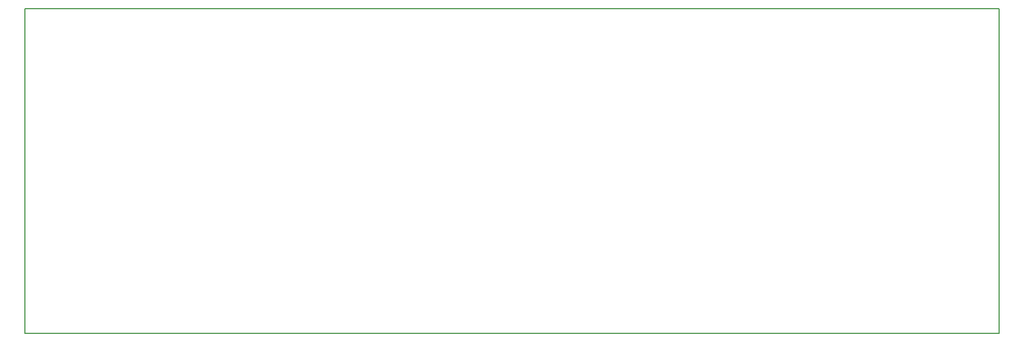
<source format=gbr>
G04 #@! TF.GenerationSoftware,KiCad,Pcbnew,8.0.5*
G04 #@! TF.CreationDate,2025-06-13T07:23:11+02:00*
G04 #@! TF.ProjectId,4-Kanal_Power_Meter,342d4b61-6e61-46c5-9f50-6f7765725f4d,rev?*
G04 #@! TF.SameCoordinates,Original*
G04 #@! TF.FileFunction,Profile,NP*
%FSLAX46Y46*%
G04 Gerber Fmt 4.6, Leading zero omitted, Abs format (unit mm)*
G04 Created by KiCad (PCBNEW 8.0.5) date 2025-06-13 07:23:11*
%MOMM*%
%LPD*%
G01*
G04 APERTURE LIST*
G04 #@! TA.AperFunction,Profile*
%ADD10C,0.150000*%
G04 #@! TD*
G04 APERTURE END LIST*
D10*
X223520000Y-63500000D02*
X71120000Y-63500000D01*
X223520000Y-114300000D02*
X223520000Y-63500000D01*
X71120000Y-63500000D02*
X71120000Y-114300000D01*
X71120000Y-114300000D02*
X223520000Y-114300000D01*
M02*

</source>
